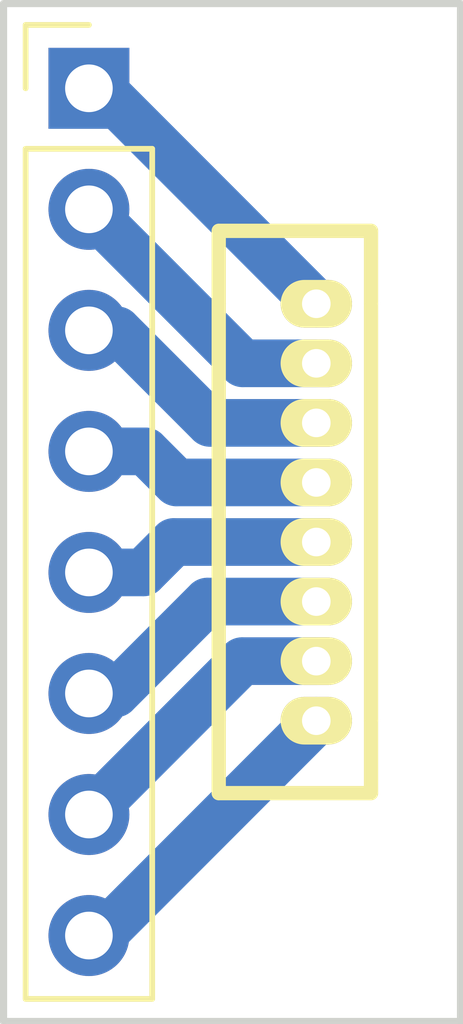
<source format=kicad_pcb>
(kicad_pcb (version 4) (host pcbnew 4.0.0-rc1-stable)

  (general
    (links 8)
    (no_connects 0)
    (area 122.38543 101.23044 143.938651 125.72604)
    (thickness 1.6)
    (drawings 4)
    (tracks 21)
    (zones 0)
    (modules 2)
    (nets 9)
  )

  (page A4)
  (layers
    (0 F.Cu signal)
    (31 B.Cu signal)
    (32 B.Adhes user)
    (33 F.Adhes user)
    (34 B.Paste user)
    (35 F.Paste user)
    (36 B.SilkS user)
    (37 F.SilkS user)
    (38 B.Mask user)
    (39 F.Mask user)
    (40 Dwgs.User user)
    (41 Cmts.User user)
    (42 Eco1.User user)
    (43 Eco2.User user)
    (44 Edge.Cuts user)
    (45 Margin user)
    (46 B.CrtYd user)
    (47 F.CrtYd user)
    (48 B.Fab user)
    (49 F.Fab user)
  )

  (setup
    (last_trace_width 1)
    (user_trace_width 1)
    (trace_clearance 0.1778)
    (zone_clearance 0.508)
    (zone_45_only no)
    (trace_min 0.1778)
    (segment_width 0.2)
    (edge_width 0.15)
    (via_size 0.8)
    (via_drill 0.4)
    (via_min_size 0.8)
    (via_min_drill 0.4)
    (uvia_size 0.3)
    (uvia_drill 0.1)
    (uvias_allowed no)
    (uvia_min_size 0.2)
    (uvia_min_drill 0.1)
    (pcb_text_width 0.3)
    (pcb_text_size 1.5 1.5)
    (mod_edge_width 0.15)
    (mod_text_size 1 1)
    (mod_text_width 0.15)
    (pad_size 1.524 1.524)
    (pad_drill 0.762)
    (pad_to_mask_clearance 0.2)
    (aux_axis_origin 131.37134 124.24156)
    (grid_origin 131.37134 124.24156)
    (visible_elements FFFFFF7F)
    (pcbplotparams
      (layerselection 0x010f0_80000001)
      (usegerberextensions false)
      (excludeedgelayer true)
      (linewidth 0.100000)
      (plotframeref false)
      (viasonmask false)
      (mode 1)
      (useauxorigin false)
      (hpglpennumber 1)
      (hpglpenspeed 20)
      (hpglpendiameter 15)
      (hpglpenoverlay 2)
      (psnegative false)
      (psa4output false)
      (plotreference true)
      (plotvalue true)
      (plotinvisibletext false)
      (padsonsilk false)
      (subtractmaskfromsilk false)
      (outputformat 4)
      (mirror false)
      (drillshape 0)
      (scaleselection 1)
      (outputdirectory ../gerbers/))
  )

  (net 0 "")
  (net 1 "Net-(U1-Pad1)")
  (net 2 "Net-(U1-Pad2)")
  (net 3 "Net-(U1-Pad3)")
  (net 4 "Net-(U1-Pad4)")
  (net 5 "Net-(U1-Pad5)")
  (net 6 "Net-(U1-Pad6)")
  (net 7 "Net-(U1-Pad7)")
  (net 8 "Net-(U1-Pad8)")

  (net_class Default "This is the default net class."
    (clearance 0.1778)
    (trace_width 0.2032)
    (via_dia 0.8)
    (via_drill 0.4)
    (uvia_dia 0.3)
    (uvia_drill 0.1)
    (add_net "Net-(U1-Pad1)")
    (add_net "Net-(U1-Pad2)")
    (add_net "Net-(U1-Pad3)")
    (add_net "Net-(U1-Pad4)")
    (add_net "Net-(U1-Pad5)")
    (add_net "Net-(U1-Pad6)")
    (add_net "Net-(U1-Pad7)")
    (add_net "Net-(U1-Pad8)")
  )

  (module Socket_Strips:Socket_Strip_Straight_1x08_Pitch2.54mm (layer F.Cu) (tedit 58B099BA) (tstamp 58B099CB)
    (at 133.16204 104.66324)
    (descr "Through hole straight socket strip, 1x08, 2.54mm pitch, single row")
    (tags "Through hole socket strip THT 1x08 2.54mm single row")
    (path /58B09138)
    (fp_text reference U1 (at 0 -2.33) (layer F.SilkS) hide
      (effects (font (size 1 1) (thickness 0.15)))
    )
    (fp_text value Plantower_PM2.5_PMS_5003 (at 0 20.11) (layer F.Fab) hide
      (effects (font (size 1 1) (thickness 0.15)))
    )
    (fp_line (start -1.27 -1.27) (end -1.27 19.05) (layer F.Fab) (width 0.1))
    (fp_line (start -1.27 19.05) (end 1.27 19.05) (layer F.Fab) (width 0.1))
    (fp_line (start 1.27 19.05) (end 1.27 -1.27) (layer F.Fab) (width 0.1))
    (fp_line (start 1.27 -1.27) (end -1.27 -1.27) (layer F.Fab) (width 0.1))
    (fp_line (start -1.33 1.27) (end -1.33 19.11) (layer F.SilkS) (width 0.12))
    (fp_line (start -1.33 19.11) (end 1.33 19.11) (layer F.SilkS) (width 0.12))
    (fp_line (start 1.33 19.11) (end 1.33 1.27) (layer F.SilkS) (width 0.12))
    (fp_line (start 1.33 1.27) (end -1.33 1.27) (layer F.SilkS) (width 0.12))
    (fp_line (start -1.33 0) (end -1.33 -1.33) (layer F.SilkS) (width 0.12))
    (fp_line (start -1.33 -1.33) (end 0 -1.33) (layer F.SilkS) (width 0.12))
    (fp_line (start -1.55 -1.55) (end -1.55 19.3) (layer F.CrtYd) (width 0.05))
    (fp_line (start -1.55 19.3) (end 1.55 19.3) (layer F.CrtYd) (width 0.05))
    (fp_line (start 1.55 19.3) (end 1.55 -1.55) (layer F.CrtYd) (width 0.05))
    (fp_line (start 1.55 -1.55) (end -1.55 -1.55) (layer F.CrtYd) (width 0.05))
    (pad 1 thru_hole rect (at 0 0) (size 1.7 1.7) (drill 1) (layers *.Cu *.Mask)
      (net 1 "Net-(U1-Pad1)"))
    (pad 2 thru_hole oval (at 0 2.54) (size 1.7 1.7) (drill 1) (layers *.Cu *.Mask)
      (net 2 "Net-(U1-Pad2)"))
    (pad 3 thru_hole oval (at 0 5.08) (size 1.7 1.7) (drill 1) (layers *.Cu *.Mask)
      (net 3 "Net-(U1-Pad3)"))
    (pad 4 thru_hole oval (at 0 7.62) (size 1.7 1.7) (drill 1) (layers *.Cu *.Mask)
      (net 4 "Net-(U1-Pad4)"))
    (pad 5 thru_hole oval (at 0 10.16) (size 1.7 1.7) (drill 1) (layers *.Cu *.Mask)
      (net 5 "Net-(U1-Pad5)"))
    (pad 6 thru_hole oval (at 0 12.7) (size 1.7 1.7) (drill 1) (layers *.Cu *.Mask)
      (net 6 "Net-(U1-Pad6)"))
    (pad 7 thru_hole oval (at 0 15.24) (size 1.7 1.7) (drill 1) (layers *.Cu *.Mask)
      (net 7 "Net-(U1-Pad7)"))
    (pad 8 thru_hole oval (at 0 17.78) (size 1.7 1.7) (drill 1) (layers *.Cu *.Mask)
      (net 8 "Net-(U1-Pad8)"))
    (model Socket_Strips.3dshapes/Socket_Strip_Straight_1x08_Pitch2.54mm.wrl
      (at (xyz 0 -0.35 0))
      (scale (xyz 1 1 1))
      (rotate (xyz 0 0 270))
    )
  )

  (module Molex-53047-0810:Molex-53047-0810 (layer F.Cu) (tedit 58B099BC) (tstamp 58B099DF)
    (at 137.93978 117.93474 90)
    (path /58B091C5)
    (fp_text reference U2 (at 4.39 -3.3 90) (layer F.SilkS) hide
      (effects (font (size 1.5 1.5) (thickness 0.3)))
    )
    (fp_text value Plantower_PM2.5_PMS_5003 (at 4.36 2.21 90) (layer F.Fab) hide
      (effects (font (size 1 1) (thickness 0.15)))
    )
    (fp_line (start 10.28 1.15) (end 10.28 -2.05) (layer F.SilkS) (width 0.3))
    (fp_line (start -1.52 1.15) (end -1.52 -2.05) (layer F.SilkS) (width 0.3))
    (fp_line (start 0 -2.05) (end -1.52 -2.05) (layer F.SilkS) (width 0.3))
    (fp_line (start -1.52 1.15) (end 0 1.15) (layer F.SilkS) (width 0.3))
    (fp_line (start 8.75 -2.05) (end 10.28 -2.05) (layer F.SilkS) (width 0.3))
    (fp_line (start 10.28 1.15) (end 8.75 1.15) (layer F.SilkS) (width 0.3))
    (fp_line (start 0 -2.05) (end 8.75 -2.05) (layer F.SilkS) (width 0.3))
    (fp_line (start 0 1.15) (end 8.75 1.15) (layer F.SilkS) (width 0.3))
    (pad 1 thru_hole oval (at 8.75 0 90) (size 1 1.5) (drill 0.6) (layers *.Cu *.Mask F.SilkS)
      (net 1 "Net-(U1-Pad1)"))
    (pad 2 thru_hole oval (at 7.5 0 90) (size 1 1.5) (drill 0.6) (layers *.Cu *.Mask F.SilkS)
      (net 2 "Net-(U1-Pad2)"))
    (pad 3 thru_hole oval (at 6.25 0 90) (size 1 1.5) (drill 0.6) (layers *.Cu *.Mask F.SilkS)
      (net 3 "Net-(U1-Pad3)"))
    (pad 4 thru_hole oval (at 5 0 90) (size 1 1.5) (drill 0.6) (layers *.Cu *.Mask F.SilkS)
      (net 4 "Net-(U1-Pad4)"))
    (pad 5 thru_hole oval (at 3.75 0 90) (size 1 1.5) (drill 0.6) (layers *.Cu *.Mask F.SilkS)
      (net 5 "Net-(U1-Pad5)"))
    (pad 6 thru_hole oval (at 2.5 0 90) (size 1 1.5) (drill 0.6) (layers *.Cu *.Mask F.SilkS)
      (net 6 "Net-(U1-Pad6)"))
    (pad 7 thru_hole oval (at 1.25 0 90) (size 1 1.5) (drill 0.6) (layers *.Cu *.Mask F.SilkS)
      (net 7 "Net-(U1-Pad7)"))
    (pad 8 thru_hole oval (at 0 0 90) (size 1 1.5) (drill 0.6) (layers *.Cu *.Mask F.SilkS)
      (net 8 "Net-(U1-Pad8)"))
  )

  (gr_line (start 140.97 102.88524) (end 131.3688 102.88524) (angle 90) (layer Edge.Cuts) (width 0.15))
  (gr_line (start 140.97 124.24664) (end 140.97 102.88524) (angle 90) (layer Edge.Cuts) (width 0.15))
  (gr_line (start 131.3688 124.24664) (end 140.97 124.24664) (angle 90) (layer Edge.Cuts) (width 0.15))
  (gr_line (start 131.3688 102.88524) (end 131.3688 124.24664) (angle 90) (layer Edge.Cuts) (width 0.15))

  (segment (start 133.16204 104.66324) (end 133.41828 104.66324) (width 1) (layer B.Cu) (net 1))
  (segment (start 133.41828 104.66324) (end 137.93978 109.18474) (width 1) (layer B.Cu) (net 1) (tstamp 58B09ABF))
  (segment (start 137.93978 110.43474) (end 136.39354 110.43474) (width 1) (layer B.Cu) (net 2))
  (segment (start 136.39354 110.43474) (end 133.16204 107.20324) (width 1) (layer B.Cu) (net 2) (tstamp 58B09AC2))
  (segment (start 133.16204 109.74324) (end 133.76148 109.74324) (width 1) (layer B.Cu) (net 3))
  (segment (start 133.76148 109.74324) (end 135.70298 111.68474) (width 1) (layer B.Cu) (net 3) (tstamp 58B09AC5))
  (segment (start 135.70298 111.68474) (end 137.93978 111.68474) (width 1) (layer B.Cu) (net 3) (tstamp 58B09AC6))
  (segment (start 133.16204 112.28324) (end 134.35076 112.28324) (width 1) (layer B.Cu) (net 4))
  (segment (start 135.00226 112.93474) (end 137.93978 112.93474) (width 1) (layer B.Cu) (net 4) (tstamp 58B09ACA))
  (segment (start 134.35076 112.28324) (end 135.00226 112.93474) (width 1) (layer B.Cu) (net 4) (tstamp 58B09AC9))
  (segment (start 133.16204 114.82324) (end 134.30504 114.82324) (width 1) (layer B.Cu) (net 5))
  (segment (start 134.94354 114.18474) (end 137.93978 114.18474) (width 1) (layer B.Cu) (net 5) (tstamp 58B09ACE))
  (segment (start 134.30504 114.82324) (end 134.94354 114.18474) (width 1) (layer B.Cu) (net 5) (tstamp 58B09ACD))
  (segment (start 133.16204 117.36324) (end 133.72338 117.36324) (width 1) (layer B.Cu) (net 6))
  (segment (start 133.72338 117.36324) (end 135.65188 115.43474) (width 1) (layer B.Cu) (net 6) (tstamp 58B09AD1))
  (segment (start 135.65188 115.43474) (end 137.93978 115.43474) (width 1) (layer B.Cu) (net 6) (tstamp 58B09AD2))
  (segment (start 133.16204 119.90324) (end 136.38054 116.68474) (width 1) (layer B.Cu) (net 7) (status 400000))
  (segment (start 136.38054 116.68474) (end 137.93978 116.68474) (width 1) (layer B.Cu) (net 7) (tstamp 58B09AE1) (status 800000))
  (segment (start 133.16204 119.90324) (end 133.20268 119.90324) (width 1) (layer B.Cu) (net 7))
  (segment (start 133.16204 122.44324) (end 133.43128 122.44324) (width 1) (layer B.Cu) (net 8))
  (segment (start 133.43128 122.44324) (end 137.93978 117.93474) (width 1) (layer B.Cu) (net 8) (tstamp 58B09AD9))

)

</source>
